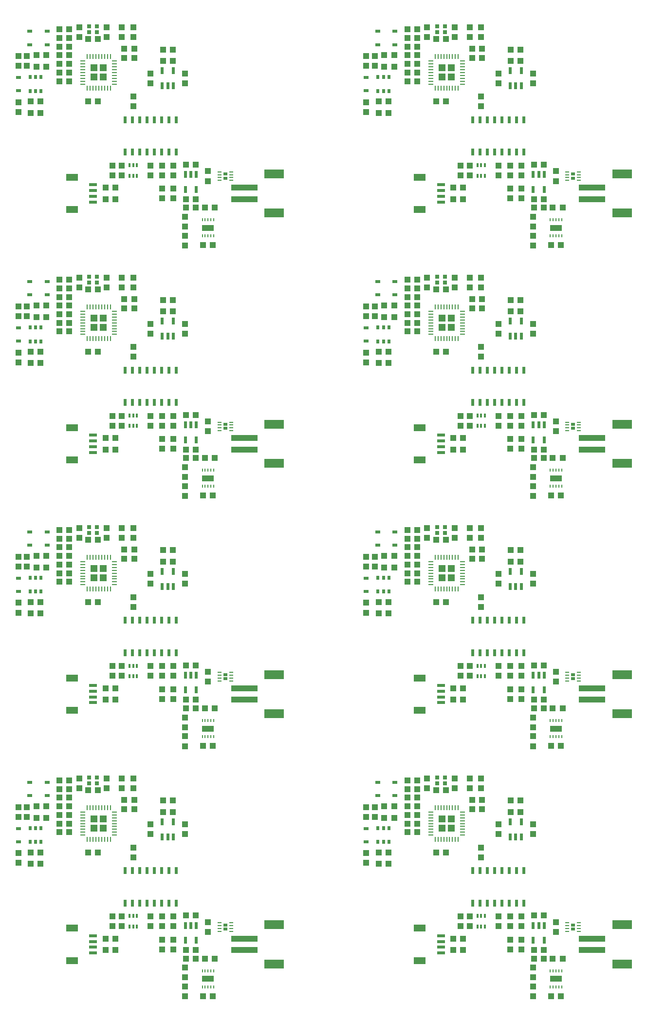
<source format=gbp>
G04 EAGLE Gerber RS-274X export*
G75*
%MOMM*%
%FSLAX34Y34*%
%LPD*%
%INSolderpaste Bottom*%
%IPPOS*%
%AMOC8*
5,1,8,0,0,1.08239X$1,22.5*%
G01*
%ADD10R,1.000000X1.100000*%
%ADD11R,0.550000X1.200000*%
%ADD12R,1.100000X1.000000*%
%ADD13R,0.600000X1.200000*%
%ADD14R,0.300000X0.660000*%
%ADD15R,0.637500X0.250000*%
%ADD16R,0.640000X0.500000*%
%ADD17R,4.600000X1.000000*%
%ADD18R,3.400000X1.600000*%
%ADD19R,0.260000X0.599000*%
%ADD20R,2.000000X1.000000*%
%ADD21R,0.550000X0.800000*%
%ADD22R,0.830000X0.630000*%
%ADD23R,0.750000X0.700000*%
%ADD24R,0.900000X0.280000*%
%ADD25R,1.300000X1.300000*%
%ADD26R,0.280000X0.900000*%
%ADD27R,2.000000X1.200000*%
%ADD28R,1.350000X0.600000*%


D10*
X300000Y91500D03*
X300000Y108500D03*
X280000Y108500D03*
X280000Y91500D03*
D11*
X320500Y133001D03*
X330000Y133001D03*
X339500Y133001D03*
X339500Y106999D03*
X320500Y106999D03*
D12*
X338500Y150000D03*
X321500Y150000D03*
D10*
X280000Y131500D03*
X280000Y148500D03*
X300000Y131500D03*
X300000Y148500D03*
X194000Y148500D03*
X194000Y131500D03*
D13*
X215550Y228000D03*
X228250Y228000D03*
X240950Y228000D03*
X253650Y228000D03*
X266350Y228000D03*
X279050Y228000D03*
X291750Y228000D03*
X304450Y228000D03*
X304450Y172000D03*
X291750Y172000D03*
X279050Y172000D03*
X266350Y172000D03*
X253650Y172000D03*
X240950Y172000D03*
X228250Y172000D03*
X215550Y172000D03*
D10*
X260000Y131500D03*
X260000Y148500D03*
X210000Y148500D03*
X210000Y131500D03*
D14*
X223500Y149200D03*
X230000Y130800D03*
X236500Y130800D03*
X223500Y130800D03*
X230000Y149200D03*
X236500Y149200D03*
D10*
X230000Y251500D03*
X230000Y268500D03*
D15*
X379813Y122500D03*
X400188Y127500D03*
X400188Y122500D03*
X400188Y132500D03*
X400188Y137500D03*
X379813Y127500D03*
X379813Y132500D03*
X379813Y137500D03*
D16*
X390000Y133400D03*
X390000Y126600D03*
D10*
X360000Y121500D03*
X360000Y138500D03*
D12*
X321500Y75000D03*
X338500Y75000D03*
X371500Y75000D03*
X354500Y75000D03*
X368500Y10000D03*
X351500Y10000D03*
D17*
X423000Y90000D03*
X423000Y110000D03*
D18*
X475000Y66000D03*
X475000Y134000D03*
D19*
X360000Y26005D03*
X365000Y26005D03*
X370000Y26005D03*
X355000Y26005D03*
X350000Y26005D03*
X350000Y53995D03*
X355000Y53995D03*
X360000Y53995D03*
X365000Y53995D03*
X370000Y53995D03*
D20*
X360000Y40000D03*
D10*
X320000Y59500D03*
X320000Y42500D03*
D12*
X338500Y90000D03*
X321500Y90000D03*
D10*
X320000Y9500D03*
X320000Y26500D03*
D12*
X181500Y90000D03*
X198500Y90000D03*
X181500Y110000D03*
X198500Y110000D03*
D21*
X50500Y302000D03*
X60000Y302000D03*
X69500Y302000D03*
X69500Y278000D03*
X50500Y278000D03*
X60000Y278000D03*
D12*
X68500Y260000D03*
X51500Y260000D03*
X51500Y240000D03*
X68500Y240000D03*
D10*
X30000Y258500D03*
X30000Y241500D03*
D22*
X30000Y301500D03*
X30000Y278500D03*
D10*
X45000Y338500D03*
X45000Y321500D03*
X30000Y321500D03*
X30000Y338500D03*
D12*
X78500Y320000D03*
X61500Y320000D03*
X78500Y340000D03*
X61500Y340000D03*
D22*
X50000Y358500D03*
X50000Y381500D03*
X80000Y358500D03*
X80000Y381500D03*
D12*
X298500Y330000D03*
X281500Y330000D03*
X281500Y350000D03*
X298500Y350000D03*
D11*
X299500Y286999D03*
X290000Y286999D03*
X280500Y286999D03*
X280500Y313001D03*
X299500Y313001D03*
D10*
X320000Y291500D03*
X320000Y308500D03*
X260000Y308500D03*
X260000Y291500D03*
X230000Y371500D03*
X230000Y388500D03*
D23*
X153250Y380000D03*
X166750Y380000D03*
X166750Y390000D03*
X153250Y390000D03*
D24*
X197500Y330000D03*
D25*
X178000Y318000D03*
X162000Y318000D03*
X178000Y302000D03*
X162000Y302000D03*
D24*
X197500Y325000D03*
X197500Y320000D03*
X197500Y315000D03*
X197500Y310000D03*
X197500Y305000D03*
X197500Y300000D03*
X197500Y295000D03*
X197500Y290000D03*
D26*
X190000Y282500D03*
X185000Y282500D03*
X180000Y282500D03*
X175000Y282500D03*
X170000Y282500D03*
X165000Y282500D03*
X160000Y282500D03*
X155000Y282500D03*
X150000Y282500D03*
D24*
X142500Y290000D03*
X142500Y295000D03*
X142500Y300000D03*
X142500Y305000D03*
X142500Y310000D03*
X142500Y315000D03*
X142500Y320000D03*
X142500Y325000D03*
X142500Y330000D03*
D26*
X150000Y337500D03*
X155000Y337500D03*
X160000Y337500D03*
X165000Y337500D03*
X170000Y337500D03*
X175000Y337500D03*
X180000Y337500D03*
X185000Y337500D03*
X190000Y337500D03*
D12*
X151500Y368000D03*
X168500Y368000D03*
D10*
X184000Y388500D03*
X184000Y371500D03*
X136000Y388500D03*
X136000Y371500D03*
D12*
X101500Y385000D03*
X118500Y385000D03*
X101500Y295000D03*
X118500Y295000D03*
D10*
X210000Y371500D03*
X210000Y388500D03*
D12*
X168500Y260000D03*
X151500Y260000D03*
X118500Y325000D03*
X101500Y325000D03*
X118500Y310000D03*
X101500Y310000D03*
D27*
X123250Y72000D03*
X123250Y128000D03*
D28*
X160000Y85000D03*
X160000Y95000D03*
X160000Y105000D03*
X160000Y115000D03*
D12*
X101500Y355000D03*
X118500Y355000D03*
X118500Y340000D03*
X101500Y340000D03*
X214500Y335000D03*
X231500Y335000D03*
X214500Y351000D03*
X231500Y351000D03*
X118500Y370000D03*
X101500Y370000D03*
D10*
X905079Y91500D03*
X905079Y108500D03*
X885079Y108500D03*
X885079Y91500D03*
D11*
X925579Y133001D03*
X935079Y133001D03*
X944579Y133001D03*
X944579Y106999D03*
X925579Y106999D03*
D12*
X943579Y150000D03*
X926579Y150000D03*
D10*
X885079Y131500D03*
X885079Y148500D03*
X905079Y131500D03*
X905079Y148500D03*
X799079Y148500D03*
X799079Y131500D03*
D13*
X820629Y228000D03*
X833329Y228000D03*
X846029Y228000D03*
X858729Y228000D03*
X871429Y228000D03*
X884129Y228000D03*
X896829Y228000D03*
X909529Y228000D03*
X909529Y172000D03*
X896829Y172000D03*
X884129Y172000D03*
X871429Y172000D03*
X858729Y172000D03*
X846029Y172000D03*
X833329Y172000D03*
X820629Y172000D03*
D10*
X865079Y131500D03*
X865079Y148500D03*
X815079Y148500D03*
X815079Y131500D03*
D14*
X828579Y149200D03*
X835079Y130800D03*
X841579Y130800D03*
X828579Y130800D03*
X835079Y149200D03*
X841579Y149200D03*
D10*
X835079Y251500D03*
X835079Y268500D03*
D15*
X984891Y122500D03*
X1005266Y127500D03*
X1005266Y122500D03*
X1005266Y132500D03*
X1005266Y137500D03*
X984891Y127500D03*
X984891Y132500D03*
X984891Y137500D03*
D16*
X995079Y133400D03*
X995079Y126600D03*
D10*
X965079Y121500D03*
X965079Y138500D03*
D12*
X926579Y75000D03*
X943579Y75000D03*
X976579Y75000D03*
X959579Y75000D03*
X973579Y10000D03*
X956579Y10000D03*
D17*
X1028079Y90000D03*
X1028079Y110000D03*
D18*
X1080079Y66000D03*
X1080079Y134000D03*
D19*
X965079Y26005D03*
X970079Y26005D03*
X975079Y26005D03*
X960079Y26005D03*
X955079Y26005D03*
X955079Y53995D03*
X960079Y53995D03*
X965079Y53995D03*
X970079Y53995D03*
X975079Y53995D03*
D20*
X965079Y40000D03*
D10*
X925079Y59500D03*
X925079Y42500D03*
D12*
X943579Y90000D03*
X926579Y90000D03*
D10*
X925079Y9500D03*
X925079Y26500D03*
D12*
X786579Y90000D03*
X803579Y90000D03*
X786579Y110000D03*
X803579Y110000D03*
D21*
X655579Y302000D03*
X665079Y302000D03*
X674579Y302000D03*
X674579Y278000D03*
X655579Y278000D03*
X665079Y278000D03*
D12*
X673579Y260000D03*
X656579Y260000D03*
X656579Y240000D03*
X673579Y240000D03*
D10*
X635079Y258500D03*
X635079Y241500D03*
D22*
X635079Y301500D03*
X635079Y278500D03*
D10*
X650079Y338500D03*
X650079Y321500D03*
X635079Y321500D03*
X635079Y338500D03*
D12*
X683579Y320000D03*
X666579Y320000D03*
X683579Y340000D03*
X666579Y340000D03*
D22*
X655079Y358500D03*
X655079Y381500D03*
X685079Y358500D03*
X685079Y381500D03*
D12*
X903579Y330000D03*
X886579Y330000D03*
X886579Y350000D03*
X903579Y350000D03*
D11*
X904579Y286999D03*
X895079Y286999D03*
X885579Y286999D03*
X885579Y313001D03*
X904579Y313001D03*
D10*
X925079Y291500D03*
X925079Y308500D03*
X865079Y308500D03*
X865079Y291500D03*
X835079Y371500D03*
X835079Y388500D03*
D23*
X758329Y380000D03*
X771829Y380000D03*
X771829Y390000D03*
X758329Y390000D03*
D24*
X802579Y330000D03*
D25*
X783079Y318000D03*
X767079Y318000D03*
X783079Y302000D03*
X767079Y302000D03*
D24*
X802579Y325000D03*
X802579Y320000D03*
X802579Y315000D03*
X802579Y310000D03*
X802579Y305000D03*
X802579Y300000D03*
X802579Y295000D03*
X802579Y290000D03*
D26*
X795079Y282500D03*
X790079Y282500D03*
X785079Y282500D03*
X780079Y282500D03*
X775079Y282500D03*
X770079Y282500D03*
X765079Y282500D03*
X760079Y282500D03*
X755079Y282500D03*
D24*
X747579Y290000D03*
X747579Y295000D03*
X747579Y300000D03*
X747579Y305000D03*
X747579Y310000D03*
X747579Y315000D03*
X747579Y320000D03*
X747579Y325000D03*
X747579Y330000D03*
D26*
X755079Y337500D03*
X760079Y337500D03*
X765079Y337500D03*
X770079Y337500D03*
X775079Y337500D03*
X780079Y337500D03*
X785079Y337500D03*
X790079Y337500D03*
X795079Y337500D03*
D12*
X756579Y368000D03*
X773579Y368000D03*
D10*
X789079Y388500D03*
X789079Y371500D03*
X741079Y388500D03*
X741079Y371500D03*
D12*
X706579Y385000D03*
X723579Y385000D03*
X706579Y295000D03*
X723579Y295000D03*
D10*
X815079Y371500D03*
X815079Y388500D03*
D12*
X773579Y260000D03*
X756579Y260000D03*
X723579Y325000D03*
X706579Y325000D03*
X723579Y310000D03*
X706579Y310000D03*
D27*
X728329Y72000D03*
X728329Y128000D03*
D28*
X765079Y85000D03*
X765079Y95000D03*
X765079Y105000D03*
X765079Y115000D03*
D12*
X706579Y355000D03*
X723579Y355000D03*
X723579Y340000D03*
X706579Y340000D03*
X819579Y335000D03*
X836579Y335000D03*
X819579Y351000D03*
X836579Y351000D03*
X723579Y370000D03*
X706579Y370000D03*
D10*
X300000Y526577D03*
X300000Y543577D03*
X280000Y543577D03*
X280000Y526577D03*
D11*
X320500Y568078D03*
X330000Y568078D03*
X339500Y568078D03*
X339500Y542076D03*
X320500Y542076D03*
D12*
X338500Y585077D03*
X321500Y585077D03*
D10*
X280000Y566577D03*
X280000Y583577D03*
X300000Y566577D03*
X300000Y583577D03*
X194000Y583577D03*
X194000Y566577D03*
D13*
X215550Y663077D03*
X228250Y663077D03*
X240950Y663077D03*
X253650Y663077D03*
X266350Y663077D03*
X279050Y663077D03*
X291750Y663077D03*
X304450Y663077D03*
X304450Y607077D03*
X291750Y607077D03*
X279050Y607077D03*
X266350Y607077D03*
X253650Y607077D03*
X240950Y607077D03*
X228250Y607077D03*
X215550Y607077D03*
D10*
X260000Y566577D03*
X260000Y583577D03*
X210000Y583577D03*
X210000Y566577D03*
D14*
X223500Y584277D03*
X230000Y565877D03*
X236500Y565877D03*
X223500Y565877D03*
X230000Y584277D03*
X236500Y584277D03*
D10*
X230000Y686577D03*
X230000Y703577D03*
D15*
X379813Y557577D03*
X400188Y562577D03*
X400188Y557577D03*
X400188Y567577D03*
X400188Y572577D03*
X379813Y562577D03*
X379813Y567577D03*
X379813Y572577D03*
D16*
X390000Y568477D03*
X390000Y561677D03*
D10*
X360000Y556577D03*
X360000Y573577D03*
D12*
X321500Y510077D03*
X338500Y510077D03*
X371500Y510077D03*
X354500Y510077D03*
X368500Y445077D03*
X351500Y445077D03*
D17*
X423000Y525077D03*
X423000Y545077D03*
D18*
X475000Y501077D03*
X475000Y569077D03*
D19*
X360000Y461082D03*
X365000Y461082D03*
X370000Y461082D03*
X355000Y461082D03*
X350000Y461082D03*
X350000Y489072D03*
X355000Y489072D03*
X360000Y489072D03*
X365000Y489072D03*
X370000Y489072D03*
D20*
X360000Y475077D03*
D10*
X320000Y494577D03*
X320000Y477577D03*
D12*
X338500Y525077D03*
X321500Y525077D03*
D10*
X320000Y444577D03*
X320000Y461577D03*
D12*
X181500Y525077D03*
X198500Y525077D03*
X181500Y545077D03*
X198500Y545077D03*
D21*
X50500Y737077D03*
X60000Y737077D03*
X69500Y737077D03*
X69500Y713077D03*
X50500Y713077D03*
X60000Y713077D03*
D12*
X68500Y695077D03*
X51500Y695077D03*
X51500Y675077D03*
X68500Y675077D03*
D10*
X30000Y693577D03*
X30000Y676577D03*
D22*
X30000Y736577D03*
X30000Y713577D03*
D10*
X45000Y773577D03*
X45000Y756577D03*
X30000Y756577D03*
X30000Y773577D03*
D12*
X78500Y755077D03*
X61500Y755077D03*
X78500Y775077D03*
X61500Y775077D03*
D22*
X50000Y793577D03*
X50000Y816577D03*
X80000Y793577D03*
X80000Y816577D03*
D12*
X298500Y765077D03*
X281500Y765077D03*
X281500Y785077D03*
X298500Y785077D03*
D11*
X299500Y722076D03*
X290000Y722076D03*
X280500Y722076D03*
X280500Y748078D03*
X299500Y748078D03*
D10*
X320000Y726577D03*
X320000Y743577D03*
X260000Y743577D03*
X260000Y726577D03*
X230000Y806577D03*
X230000Y823577D03*
D23*
X153250Y815077D03*
X166750Y815077D03*
X166750Y825077D03*
X153250Y825077D03*
D24*
X197500Y765077D03*
D25*
X178000Y753077D03*
X162000Y753077D03*
X178000Y737077D03*
X162000Y737077D03*
D24*
X197500Y760077D03*
X197500Y755077D03*
X197500Y750077D03*
X197500Y745077D03*
X197500Y740077D03*
X197500Y735077D03*
X197500Y730077D03*
X197500Y725077D03*
D26*
X190000Y717577D03*
X185000Y717577D03*
X180000Y717577D03*
X175000Y717577D03*
X170000Y717577D03*
X165000Y717577D03*
X160000Y717577D03*
X155000Y717577D03*
X150000Y717577D03*
D24*
X142500Y725077D03*
X142500Y730077D03*
X142500Y735077D03*
X142500Y740077D03*
X142500Y745077D03*
X142500Y750077D03*
X142500Y755077D03*
X142500Y760077D03*
X142500Y765077D03*
D26*
X150000Y772577D03*
X155000Y772577D03*
X160000Y772577D03*
X165000Y772577D03*
X170000Y772577D03*
X175000Y772577D03*
X180000Y772577D03*
X185000Y772577D03*
X190000Y772577D03*
D12*
X151500Y803077D03*
X168500Y803077D03*
D10*
X184000Y823577D03*
X184000Y806577D03*
X136000Y823577D03*
X136000Y806577D03*
D12*
X101500Y820077D03*
X118500Y820077D03*
X101500Y730077D03*
X118500Y730077D03*
D10*
X210000Y806577D03*
X210000Y823577D03*
D12*
X168500Y695077D03*
X151500Y695077D03*
X118500Y760077D03*
X101500Y760077D03*
X118500Y745077D03*
X101500Y745077D03*
D27*
X123250Y507077D03*
X123250Y563077D03*
D28*
X160000Y520077D03*
X160000Y530077D03*
X160000Y540077D03*
X160000Y550077D03*
D12*
X101500Y790077D03*
X118500Y790077D03*
X118500Y775077D03*
X101500Y775077D03*
X214500Y770077D03*
X231500Y770077D03*
X214500Y786077D03*
X231500Y786077D03*
X118500Y805077D03*
X101500Y805077D03*
D10*
X905079Y526577D03*
X905079Y543577D03*
X885079Y543577D03*
X885079Y526577D03*
D11*
X925579Y568078D03*
X935079Y568078D03*
X944579Y568078D03*
X944579Y542076D03*
X925579Y542076D03*
D12*
X943579Y585077D03*
X926579Y585077D03*
D10*
X885079Y566577D03*
X885079Y583577D03*
X905079Y566577D03*
X905079Y583577D03*
X799079Y583577D03*
X799079Y566577D03*
D13*
X820629Y663077D03*
X833329Y663077D03*
X846029Y663077D03*
X858729Y663077D03*
X871429Y663077D03*
X884129Y663077D03*
X896829Y663077D03*
X909529Y663077D03*
X909529Y607077D03*
X896829Y607077D03*
X884129Y607077D03*
X871429Y607077D03*
X858729Y607077D03*
X846029Y607077D03*
X833329Y607077D03*
X820629Y607077D03*
D10*
X865079Y566577D03*
X865079Y583577D03*
X815079Y583577D03*
X815079Y566577D03*
D14*
X828579Y584277D03*
X835079Y565877D03*
X841579Y565877D03*
X828579Y565877D03*
X835079Y584277D03*
X841579Y584277D03*
D10*
X835079Y686577D03*
X835079Y703577D03*
D15*
X984891Y557577D03*
X1005266Y562577D03*
X1005266Y557577D03*
X1005266Y567577D03*
X1005266Y572577D03*
X984891Y562577D03*
X984891Y567577D03*
X984891Y572577D03*
D16*
X995079Y568477D03*
X995079Y561677D03*
D10*
X965079Y556577D03*
X965079Y573577D03*
D12*
X926579Y510077D03*
X943579Y510077D03*
X976579Y510077D03*
X959579Y510077D03*
X973579Y445077D03*
X956579Y445077D03*
D17*
X1028079Y525077D03*
X1028079Y545077D03*
D18*
X1080079Y501077D03*
X1080079Y569077D03*
D19*
X965079Y461082D03*
X970079Y461082D03*
X975079Y461082D03*
X960079Y461082D03*
X955079Y461082D03*
X955079Y489072D03*
X960079Y489072D03*
X965079Y489072D03*
X970079Y489072D03*
X975079Y489072D03*
D20*
X965079Y475077D03*
D10*
X925079Y494577D03*
X925079Y477577D03*
D12*
X943579Y525077D03*
X926579Y525077D03*
D10*
X925079Y444577D03*
X925079Y461577D03*
D12*
X786579Y525077D03*
X803579Y525077D03*
X786579Y545077D03*
X803579Y545077D03*
D21*
X655579Y737077D03*
X665079Y737077D03*
X674579Y737077D03*
X674579Y713077D03*
X655579Y713077D03*
X665079Y713077D03*
D12*
X673579Y695077D03*
X656579Y695077D03*
X656579Y675077D03*
X673579Y675077D03*
D10*
X635079Y693577D03*
X635079Y676577D03*
D22*
X635079Y736577D03*
X635079Y713577D03*
D10*
X650079Y773577D03*
X650079Y756577D03*
X635079Y756577D03*
X635079Y773577D03*
D12*
X683579Y755077D03*
X666579Y755077D03*
X683579Y775077D03*
X666579Y775077D03*
D22*
X655079Y793577D03*
X655079Y816577D03*
X685079Y793577D03*
X685079Y816577D03*
D12*
X903579Y765077D03*
X886579Y765077D03*
X886579Y785077D03*
X903579Y785077D03*
D11*
X904579Y722076D03*
X895079Y722076D03*
X885579Y722076D03*
X885579Y748078D03*
X904579Y748078D03*
D10*
X925079Y726577D03*
X925079Y743577D03*
X865079Y743577D03*
X865079Y726577D03*
X835079Y806577D03*
X835079Y823577D03*
D23*
X758329Y815077D03*
X771829Y815077D03*
X771829Y825077D03*
X758329Y825077D03*
D24*
X802579Y765077D03*
D25*
X783079Y753077D03*
X767079Y753077D03*
X783079Y737077D03*
X767079Y737077D03*
D24*
X802579Y760077D03*
X802579Y755077D03*
X802579Y750077D03*
X802579Y745077D03*
X802579Y740077D03*
X802579Y735077D03*
X802579Y730077D03*
X802579Y725077D03*
D26*
X795079Y717577D03*
X790079Y717577D03*
X785079Y717577D03*
X780079Y717577D03*
X775079Y717577D03*
X770079Y717577D03*
X765079Y717577D03*
X760079Y717577D03*
X755079Y717577D03*
D24*
X747579Y725077D03*
X747579Y730077D03*
X747579Y735077D03*
X747579Y740077D03*
X747579Y745077D03*
X747579Y750077D03*
X747579Y755077D03*
X747579Y760077D03*
X747579Y765077D03*
D26*
X755079Y772577D03*
X760079Y772577D03*
X765079Y772577D03*
X770079Y772577D03*
X775079Y772577D03*
X780079Y772577D03*
X785079Y772577D03*
X790079Y772577D03*
X795079Y772577D03*
D12*
X756579Y803077D03*
X773579Y803077D03*
D10*
X789079Y823577D03*
X789079Y806577D03*
X741079Y823577D03*
X741079Y806577D03*
D12*
X706579Y820077D03*
X723579Y820077D03*
X706579Y730077D03*
X723579Y730077D03*
D10*
X815079Y806577D03*
X815079Y823577D03*
D12*
X773579Y695077D03*
X756579Y695077D03*
X723579Y760077D03*
X706579Y760077D03*
X723579Y745077D03*
X706579Y745077D03*
D27*
X728329Y507077D03*
X728329Y563077D03*
D28*
X765079Y520077D03*
X765079Y530077D03*
X765079Y540077D03*
X765079Y550077D03*
D12*
X706579Y790077D03*
X723579Y790077D03*
X723579Y775077D03*
X706579Y775077D03*
X819579Y770077D03*
X836579Y770077D03*
X819579Y786077D03*
X836579Y786077D03*
X723579Y805077D03*
X706579Y805077D03*
D10*
X300000Y961653D03*
X300000Y978653D03*
X280000Y978653D03*
X280000Y961653D03*
D11*
X320500Y1003154D03*
X330000Y1003154D03*
X339500Y1003154D03*
X339500Y977152D03*
X320500Y977152D03*
D12*
X338500Y1020153D03*
X321500Y1020153D03*
D10*
X280000Y1001653D03*
X280000Y1018653D03*
X300000Y1001653D03*
X300000Y1018653D03*
X194000Y1018653D03*
X194000Y1001653D03*
D13*
X215550Y1098153D03*
X228250Y1098153D03*
X240950Y1098153D03*
X253650Y1098153D03*
X266350Y1098153D03*
X279050Y1098153D03*
X291750Y1098153D03*
X304450Y1098153D03*
X304450Y1042153D03*
X291750Y1042153D03*
X279050Y1042153D03*
X266350Y1042153D03*
X253650Y1042153D03*
X240950Y1042153D03*
X228250Y1042153D03*
X215550Y1042153D03*
D10*
X260000Y1001653D03*
X260000Y1018653D03*
X210000Y1018653D03*
X210000Y1001653D03*
D14*
X223500Y1019353D03*
X230000Y1000953D03*
X236500Y1000953D03*
X223500Y1000953D03*
X230000Y1019353D03*
X236500Y1019353D03*
D10*
X230000Y1121653D03*
X230000Y1138653D03*
D15*
X379813Y992653D03*
X400188Y997653D03*
X400188Y992653D03*
X400188Y1002653D03*
X400188Y1007653D03*
X379813Y997653D03*
X379813Y1002653D03*
X379813Y1007653D03*
D16*
X390000Y1003553D03*
X390000Y996753D03*
D10*
X360000Y991653D03*
X360000Y1008653D03*
D12*
X321500Y945153D03*
X338500Y945153D03*
X371500Y945153D03*
X354500Y945153D03*
X368500Y880153D03*
X351500Y880153D03*
D17*
X423000Y960153D03*
X423000Y980153D03*
D18*
X475000Y936153D03*
X475000Y1004153D03*
D19*
X360000Y896158D03*
X365000Y896158D03*
X370000Y896158D03*
X355000Y896158D03*
X350000Y896158D03*
X350000Y924148D03*
X355000Y924148D03*
X360000Y924148D03*
X365000Y924148D03*
X370000Y924148D03*
D20*
X360000Y910153D03*
D10*
X320000Y929653D03*
X320000Y912653D03*
D12*
X338500Y960153D03*
X321500Y960153D03*
D10*
X320000Y879653D03*
X320000Y896653D03*
D12*
X181500Y960153D03*
X198500Y960153D03*
X181500Y980153D03*
X198500Y980153D03*
D21*
X50500Y1172153D03*
X60000Y1172153D03*
X69500Y1172153D03*
X69500Y1148153D03*
X50500Y1148153D03*
X60000Y1148153D03*
D12*
X68500Y1130153D03*
X51500Y1130153D03*
X51500Y1110153D03*
X68500Y1110153D03*
D10*
X30000Y1128653D03*
X30000Y1111653D03*
D22*
X30000Y1171653D03*
X30000Y1148653D03*
D10*
X45000Y1208653D03*
X45000Y1191653D03*
X30000Y1191653D03*
X30000Y1208653D03*
D12*
X78500Y1190153D03*
X61500Y1190153D03*
X78500Y1210153D03*
X61500Y1210153D03*
D22*
X50000Y1228653D03*
X50000Y1251653D03*
X80000Y1228653D03*
X80000Y1251653D03*
D12*
X298500Y1200153D03*
X281500Y1200153D03*
X281500Y1220153D03*
X298500Y1220153D03*
D11*
X299500Y1157152D03*
X290000Y1157152D03*
X280500Y1157152D03*
X280500Y1183154D03*
X299500Y1183154D03*
D10*
X320000Y1161653D03*
X320000Y1178653D03*
X260000Y1178653D03*
X260000Y1161653D03*
X230000Y1241653D03*
X230000Y1258653D03*
D23*
X153250Y1250153D03*
X166750Y1250153D03*
X166750Y1260153D03*
X153250Y1260153D03*
D24*
X197500Y1200153D03*
D25*
X178000Y1188153D03*
X162000Y1188153D03*
X178000Y1172153D03*
X162000Y1172153D03*
D24*
X197500Y1195153D03*
X197500Y1190153D03*
X197500Y1185153D03*
X197500Y1180153D03*
X197500Y1175153D03*
X197500Y1170153D03*
X197500Y1165153D03*
X197500Y1160153D03*
D26*
X190000Y1152653D03*
X185000Y1152653D03*
X180000Y1152653D03*
X175000Y1152653D03*
X170000Y1152653D03*
X165000Y1152653D03*
X160000Y1152653D03*
X155000Y1152653D03*
X150000Y1152653D03*
D24*
X142500Y1160153D03*
X142500Y1165153D03*
X142500Y1170153D03*
X142500Y1175153D03*
X142500Y1180153D03*
X142500Y1185153D03*
X142500Y1190153D03*
X142500Y1195153D03*
X142500Y1200153D03*
D26*
X150000Y1207653D03*
X155000Y1207653D03*
X160000Y1207653D03*
X165000Y1207653D03*
X170000Y1207653D03*
X175000Y1207653D03*
X180000Y1207653D03*
X185000Y1207653D03*
X190000Y1207653D03*
D12*
X151500Y1238153D03*
X168500Y1238153D03*
D10*
X184000Y1258653D03*
X184000Y1241653D03*
X136000Y1258653D03*
X136000Y1241653D03*
D12*
X101500Y1255153D03*
X118500Y1255153D03*
X101500Y1165153D03*
X118500Y1165153D03*
D10*
X210000Y1241653D03*
X210000Y1258653D03*
D12*
X168500Y1130153D03*
X151500Y1130153D03*
X118500Y1195153D03*
X101500Y1195153D03*
X118500Y1180153D03*
X101500Y1180153D03*
D27*
X123250Y942153D03*
X123250Y998153D03*
D28*
X160000Y955153D03*
X160000Y965153D03*
X160000Y975153D03*
X160000Y985153D03*
D12*
X101500Y1225153D03*
X118500Y1225153D03*
X118500Y1210153D03*
X101500Y1210153D03*
X214500Y1205153D03*
X231500Y1205153D03*
X214500Y1221153D03*
X231500Y1221153D03*
X118500Y1240153D03*
X101500Y1240153D03*
D10*
X905079Y961653D03*
X905079Y978653D03*
X885079Y978653D03*
X885079Y961653D03*
D11*
X925579Y1003154D03*
X935079Y1003154D03*
X944579Y1003154D03*
X944579Y977152D03*
X925579Y977152D03*
D12*
X943579Y1020153D03*
X926579Y1020153D03*
D10*
X885079Y1001653D03*
X885079Y1018653D03*
X905079Y1001653D03*
X905079Y1018653D03*
X799079Y1018653D03*
X799079Y1001653D03*
D13*
X820629Y1098153D03*
X833329Y1098153D03*
X846029Y1098153D03*
X858729Y1098153D03*
X871429Y1098153D03*
X884129Y1098153D03*
X896829Y1098153D03*
X909529Y1098153D03*
X909529Y1042153D03*
X896829Y1042153D03*
X884129Y1042153D03*
X871429Y1042153D03*
X858729Y1042153D03*
X846029Y1042153D03*
X833329Y1042153D03*
X820629Y1042153D03*
D10*
X865079Y1001653D03*
X865079Y1018653D03*
X815079Y1018653D03*
X815079Y1001653D03*
D14*
X828579Y1019353D03*
X835079Y1000953D03*
X841579Y1000953D03*
X828579Y1000953D03*
X835079Y1019353D03*
X841579Y1019353D03*
D10*
X835079Y1121653D03*
X835079Y1138653D03*
D15*
X984891Y992653D03*
X1005266Y997653D03*
X1005266Y992653D03*
X1005266Y1002653D03*
X1005266Y1007653D03*
X984891Y997653D03*
X984891Y1002653D03*
X984891Y1007653D03*
D16*
X995079Y1003553D03*
X995079Y996753D03*
D10*
X965079Y991653D03*
X965079Y1008653D03*
D12*
X926579Y945153D03*
X943579Y945153D03*
X976579Y945153D03*
X959579Y945153D03*
X973579Y880153D03*
X956579Y880153D03*
D17*
X1028079Y960153D03*
X1028079Y980153D03*
D18*
X1080079Y936153D03*
X1080079Y1004153D03*
D19*
X965079Y896158D03*
X970079Y896158D03*
X975079Y896158D03*
X960079Y896158D03*
X955079Y896158D03*
X955079Y924148D03*
X960079Y924148D03*
X965079Y924148D03*
X970079Y924148D03*
X975079Y924148D03*
D20*
X965079Y910153D03*
D10*
X925079Y929653D03*
X925079Y912653D03*
D12*
X943579Y960153D03*
X926579Y960153D03*
D10*
X925079Y879653D03*
X925079Y896653D03*
D12*
X786579Y960153D03*
X803579Y960153D03*
X786579Y980153D03*
X803579Y980153D03*
D21*
X655579Y1172153D03*
X665079Y1172153D03*
X674579Y1172153D03*
X674579Y1148153D03*
X655579Y1148153D03*
X665079Y1148153D03*
D12*
X673579Y1130153D03*
X656579Y1130153D03*
X656579Y1110153D03*
X673579Y1110153D03*
D10*
X635079Y1128653D03*
X635079Y1111653D03*
D22*
X635079Y1171653D03*
X635079Y1148653D03*
D10*
X650079Y1208653D03*
X650079Y1191653D03*
X635079Y1191653D03*
X635079Y1208653D03*
D12*
X683579Y1190153D03*
X666579Y1190153D03*
X683579Y1210153D03*
X666579Y1210153D03*
D22*
X655079Y1228653D03*
X655079Y1251653D03*
X685079Y1228653D03*
X685079Y1251653D03*
D12*
X903579Y1200153D03*
X886579Y1200153D03*
X886579Y1220153D03*
X903579Y1220153D03*
D11*
X904579Y1157152D03*
X895079Y1157152D03*
X885579Y1157152D03*
X885579Y1183154D03*
X904579Y1183154D03*
D10*
X925079Y1161653D03*
X925079Y1178653D03*
X865079Y1178653D03*
X865079Y1161653D03*
X835079Y1241653D03*
X835079Y1258653D03*
D23*
X758329Y1250153D03*
X771829Y1250153D03*
X771829Y1260153D03*
X758329Y1260153D03*
D24*
X802579Y1200153D03*
D25*
X783079Y1188153D03*
X767079Y1188153D03*
X783079Y1172153D03*
X767079Y1172153D03*
D24*
X802579Y1195153D03*
X802579Y1190153D03*
X802579Y1185153D03*
X802579Y1180153D03*
X802579Y1175153D03*
X802579Y1170153D03*
X802579Y1165153D03*
X802579Y1160153D03*
D26*
X795079Y1152653D03*
X790079Y1152653D03*
X785079Y1152653D03*
X780079Y1152653D03*
X775079Y1152653D03*
X770079Y1152653D03*
X765079Y1152653D03*
X760079Y1152653D03*
X755079Y1152653D03*
D24*
X747579Y1160153D03*
X747579Y1165153D03*
X747579Y1170153D03*
X747579Y1175153D03*
X747579Y1180153D03*
X747579Y1185153D03*
X747579Y1190153D03*
X747579Y1195153D03*
X747579Y1200153D03*
D26*
X755079Y1207653D03*
X760079Y1207653D03*
X765079Y1207653D03*
X770079Y1207653D03*
X775079Y1207653D03*
X780079Y1207653D03*
X785079Y1207653D03*
X790079Y1207653D03*
X795079Y1207653D03*
D12*
X756579Y1238153D03*
X773579Y1238153D03*
D10*
X789079Y1258653D03*
X789079Y1241653D03*
X741079Y1258653D03*
X741079Y1241653D03*
D12*
X706579Y1255153D03*
X723579Y1255153D03*
X706579Y1165153D03*
X723579Y1165153D03*
D10*
X815079Y1241653D03*
X815079Y1258653D03*
D12*
X773579Y1130153D03*
X756579Y1130153D03*
X723579Y1195153D03*
X706579Y1195153D03*
X723579Y1180153D03*
X706579Y1180153D03*
D27*
X728329Y942153D03*
X728329Y998153D03*
D28*
X765079Y955153D03*
X765079Y965153D03*
X765079Y975153D03*
X765079Y985153D03*
D12*
X706579Y1225153D03*
X723579Y1225153D03*
X723579Y1210153D03*
X706579Y1210153D03*
X819579Y1205153D03*
X836579Y1205153D03*
X819579Y1221153D03*
X836579Y1221153D03*
X723579Y1240153D03*
X706579Y1240153D03*
D10*
X300000Y1396730D03*
X300000Y1413730D03*
X280000Y1413730D03*
X280000Y1396730D03*
D11*
X320500Y1438231D03*
X330000Y1438231D03*
X339500Y1438231D03*
X339500Y1412229D03*
X320500Y1412229D03*
D12*
X338500Y1455230D03*
X321500Y1455230D03*
D10*
X280000Y1436730D03*
X280000Y1453730D03*
X300000Y1436730D03*
X300000Y1453730D03*
X194000Y1453730D03*
X194000Y1436730D03*
D13*
X215550Y1533230D03*
X228250Y1533230D03*
X240950Y1533230D03*
X253650Y1533230D03*
X266350Y1533230D03*
X279050Y1533230D03*
X291750Y1533230D03*
X304450Y1533230D03*
X304450Y1477230D03*
X291750Y1477230D03*
X279050Y1477230D03*
X266350Y1477230D03*
X253650Y1477230D03*
X240950Y1477230D03*
X228250Y1477230D03*
X215550Y1477230D03*
D10*
X260000Y1436730D03*
X260000Y1453730D03*
X210000Y1453730D03*
X210000Y1436730D03*
D14*
X223500Y1454430D03*
X230000Y1436030D03*
X236500Y1436030D03*
X223500Y1436030D03*
X230000Y1454430D03*
X236500Y1454430D03*
D10*
X230000Y1556730D03*
X230000Y1573730D03*
D15*
X379813Y1427730D03*
X400188Y1432730D03*
X400188Y1427730D03*
X400188Y1437730D03*
X400188Y1442730D03*
X379813Y1432730D03*
X379813Y1437730D03*
X379813Y1442730D03*
D16*
X390000Y1438630D03*
X390000Y1431830D03*
D10*
X360000Y1426730D03*
X360000Y1443730D03*
D12*
X321500Y1380230D03*
X338500Y1380230D03*
X371500Y1380230D03*
X354500Y1380230D03*
X368500Y1315230D03*
X351500Y1315230D03*
D17*
X423000Y1395230D03*
X423000Y1415230D03*
D18*
X475000Y1371230D03*
X475000Y1439230D03*
D19*
X360000Y1331235D03*
X365000Y1331235D03*
X370000Y1331235D03*
X355000Y1331235D03*
X350000Y1331235D03*
X350000Y1359225D03*
X355000Y1359225D03*
X360000Y1359225D03*
X365000Y1359225D03*
X370000Y1359225D03*
D20*
X360000Y1345230D03*
D10*
X320000Y1364730D03*
X320000Y1347730D03*
D12*
X338500Y1395230D03*
X321500Y1395230D03*
D10*
X320000Y1314730D03*
X320000Y1331730D03*
D12*
X181500Y1395230D03*
X198500Y1395230D03*
X181500Y1415230D03*
X198500Y1415230D03*
D21*
X50500Y1607230D03*
X60000Y1607230D03*
X69500Y1607230D03*
X69500Y1583230D03*
X50500Y1583230D03*
X60000Y1583230D03*
D12*
X68500Y1565230D03*
X51500Y1565230D03*
X51500Y1545230D03*
X68500Y1545230D03*
D10*
X30000Y1563730D03*
X30000Y1546730D03*
D22*
X30000Y1606730D03*
X30000Y1583730D03*
D10*
X45000Y1643730D03*
X45000Y1626730D03*
X30000Y1626730D03*
X30000Y1643730D03*
D12*
X78500Y1625230D03*
X61500Y1625230D03*
X78500Y1645230D03*
X61500Y1645230D03*
D22*
X50000Y1663730D03*
X50000Y1686730D03*
X80000Y1663730D03*
X80000Y1686730D03*
D12*
X298500Y1635230D03*
X281500Y1635230D03*
X281500Y1655230D03*
X298500Y1655230D03*
D11*
X299500Y1592229D03*
X290000Y1592229D03*
X280500Y1592229D03*
X280500Y1618231D03*
X299500Y1618231D03*
D10*
X320000Y1596730D03*
X320000Y1613730D03*
X260000Y1613730D03*
X260000Y1596730D03*
X230000Y1676730D03*
X230000Y1693730D03*
D23*
X153250Y1685230D03*
X166750Y1685230D03*
X166750Y1695230D03*
X153250Y1695230D03*
D24*
X197500Y1635230D03*
D25*
X178000Y1623230D03*
X162000Y1623230D03*
X178000Y1607230D03*
X162000Y1607230D03*
D24*
X197500Y1630230D03*
X197500Y1625230D03*
X197500Y1620230D03*
X197500Y1615230D03*
X197500Y1610230D03*
X197500Y1605230D03*
X197500Y1600230D03*
X197500Y1595230D03*
D26*
X190000Y1587730D03*
X185000Y1587730D03*
X180000Y1587730D03*
X175000Y1587730D03*
X170000Y1587730D03*
X165000Y1587730D03*
X160000Y1587730D03*
X155000Y1587730D03*
X150000Y1587730D03*
D24*
X142500Y1595230D03*
X142500Y1600230D03*
X142500Y1605230D03*
X142500Y1610230D03*
X142500Y1615230D03*
X142500Y1620230D03*
X142500Y1625230D03*
X142500Y1630230D03*
X142500Y1635230D03*
D26*
X150000Y1642730D03*
X155000Y1642730D03*
X160000Y1642730D03*
X165000Y1642730D03*
X170000Y1642730D03*
X175000Y1642730D03*
X180000Y1642730D03*
X185000Y1642730D03*
X190000Y1642730D03*
D12*
X151500Y1673230D03*
X168500Y1673230D03*
D10*
X184000Y1693730D03*
X184000Y1676730D03*
X136000Y1693730D03*
X136000Y1676730D03*
D12*
X101500Y1690230D03*
X118500Y1690230D03*
X101500Y1600230D03*
X118500Y1600230D03*
D10*
X210000Y1676730D03*
X210000Y1693730D03*
D12*
X168500Y1565230D03*
X151500Y1565230D03*
X118500Y1630230D03*
X101500Y1630230D03*
X118500Y1615230D03*
X101500Y1615230D03*
D27*
X123250Y1377230D03*
X123250Y1433230D03*
D28*
X160000Y1390230D03*
X160000Y1400230D03*
X160000Y1410230D03*
X160000Y1420230D03*
D12*
X101500Y1660230D03*
X118500Y1660230D03*
X118500Y1645230D03*
X101500Y1645230D03*
X214500Y1640230D03*
X231500Y1640230D03*
X214500Y1656230D03*
X231500Y1656230D03*
X118500Y1675230D03*
X101500Y1675230D03*
D10*
X905079Y1396730D03*
X905079Y1413730D03*
X885079Y1413730D03*
X885079Y1396730D03*
D11*
X925579Y1438231D03*
X935079Y1438231D03*
X944579Y1438231D03*
X944579Y1412229D03*
X925579Y1412229D03*
D12*
X943579Y1455230D03*
X926579Y1455230D03*
D10*
X885079Y1436730D03*
X885079Y1453730D03*
X905079Y1436730D03*
X905079Y1453730D03*
X799079Y1453730D03*
X799079Y1436730D03*
D13*
X820629Y1533230D03*
X833329Y1533230D03*
X846029Y1533230D03*
X858729Y1533230D03*
X871429Y1533230D03*
X884129Y1533230D03*
X896829Y1533230D03*
X909529Y1533230D03*
X909529Y1477230D03*
X896829Y1477230D03*
X884129Y1477230D03*
X871429Y1477230D03*
X858729Y1477230D03*
X846029Y1477230D03*
X833329Y1477230D03*
X820629Y1477230D03*
D10*
X865079Y1436730D03*
X865079Y1453730D03*
X815079Y1453730D03*
X815079Y1436730D03*
D14*
X828579Y1454430D03*
X835079Y1436030D03*
X841579Y1436030D03*
X828579Y1436030D03*
X835079Y1454430D03*
X841579Y1454430D03*
D10*
X835079Y1556730D03*
X835079Y1573730D03*
D15*
X984891Y1427730D03*
X1005266Y1432730D03*
X1005266Y1427730D03*
X1005266Y1437730D03*
X1005266Y1442730D03*
X984891Y1432730D03*
X984891Y1437730D03*
X984891Y1442730D03*
D16*
X995079Y1438630D03*
X995079Y1431830D03*
D10*
X965079Y1426730D03*
X965079Y1443730D03*
D12*
X926579Y1380230D03*
X943579Y1380230D03*
X976579Y1380230D03*
X959579Y1380230D03*
X973579Y1315230D03*
X956579Y1315230D03*
D17*
X1028079Y1395230D03*
X1028079Y1415230D03*
D18*
X1080079Y1371230D03*
X1080079Y1439230D03*
D19*
X965079Y1331235D03*
X970079Y1331235D03*
X975079Y1331235D03*
X960079Y1331235D03*
X955079Y1331235D03*
X955079Y1359225D03*
X960079Y1359225D03*
X965079Y1359225D03*
X970079Y1359225D03*
X975079Y1359225D03*
D20*
X965079Y1345230D03*
D10*
X925079Y1364730D03*
X925079Y1347730D03*
D12*
X943579Y1395230D03*
X926579Y1395230D03*
D10*
X925079Y1314730D03*
X925079Y1331730D03*
D12*
X786579Y1395230D03*
X803579Y1395230D03*
X786579Y1415230D03*
X803579Y1415230D03*
D21*
X655579Y1607230D03*
X665079Y1607230D03*
X674579Y1607230D03*
X674579Y1583230D03*
X655579Y1583230D03*
X665079Y1583230D03*
D12*
X673579Y1565230D03*
X656579Y1565230D03*
X656579Y1545230D03*
X673579Y1545230D03*
D10*
X635079Y1563730D03*
X635079Y1546730D03*
D22*
X635079Y1606730D03*
X635079Y1583730D03*
D10*
X650079Y1643730D03*
X650079Y1626730D03*
X635079Y1626730D03*
X635079Y1643730D03*
D12*
X683579Y1625230D03*
X666579Y1625230D03*
X683579Y1645230D03*
X666579Y1645230D03*
D22*
X655079Y1663730D03*
X655079Y1686730D03*
X685079Y1663730D03*
X685079Y1686730D03*
D12*
X903579Y1635230D03*
X886579Y1635230D03*
X886579Y1655230D03*
X903579Y1655230D03*
D11*
X904579Y1592229D03*
X895079Y1592229D03*
X885579Y1592229D03*
X885579Y1618231D03*
X904579Y1618231D03*
D10*
X925079Y1596730D03*
X925079Y1613730D03*
X865079Y1613730D03*
X865079Y1596730D03*
X835079Y1676730D03*
X835079Y1693730D03*
D23*
X758329Y1685230D03*
X771829Y1685230D03*
X771829Y1695230D03*
X758329Y1695230D03*
D24*
X802579Y1635230D03*
D25*
X783079Y1623230D03*
X767079Y1623230D03*
X783079Y1607230D03*
X767079Y1607230D03*
D24*
X802579Y1630230D03*
X802579Y1625230D03*
X802579Y1620230D03*
X802579Y1615230D03*
X802579Y1610230D03*
X802579Y1605230D03*
X802579Y1600230D03*
X802579Y1595230D03*
D26*
X795079Y1587730D03*
X790079Y1587730D03*
X785079Y1587730D03*
X780079Y1587730D03*
X775079Y1587730D03*
X770079Y1587730D03*
X765079Y1587730D03*
X760079Y1587730D03*
X755079Y1587730D03*
D24*
X747579Y1595230D03*
X747579Y1600230D03*
X747579Y1605230D03*
X747579Y1610230D03*
X747579Y1615230D03*
X747579Y1620230D03*
X747579Y1625230D03*
X747579Y1630230D03*
X747579Y1635230D03*
D26*
X755079Y1642730D03*
X760079Y1642730D03*
X765079Y1642730D03*
X770079Y1642730D03*
X775079Y1642730D03*
X780079Y1642730D03*
X785079Y1642730D03*
X790079Y1642730D03*
X795079Y1642730D03*
D12*
X756579Y1673230D03*
X773579Y1673230D03*
D10*
X789079Y1693730D03*
X789079Y1676730D03*
X741079Y1693730D03*
X741079Y1676730D03*
D12*
X706579Y1690230D03*
X723579Y1690230D03*
X706579Y1600230D03*
X723579Y1600230D03*
D10*
X815079Y1676730D03*
X815079Y1693730D03*
D12*
X773579Y1565230D03*
X756579Y1565230D03*
X723579Y1630230D03*
X706579Y1630230D03*
X723579Y1615230D03*
X706579Y1615230D03*
D27*
X728329Y1377230D03*
X728329Y1433230D03*
D28*
X765079Y1390230D03*
X765079Y1400230D03*
X765079Y1410230D03*
X765079Y1420230D03*
D12*
X706579Y1660230D03*
X723579Y1660230D03*
X723579Y1645230D03*
X706579Y1645230D03*
X819579Y1640230D03*
X836579Y1640230D03*
X819579Y1656230D03*
X836579Y1656230D03*
X723579Y1675230D03*
X706579Y1675230D03*
M02*

</source>
